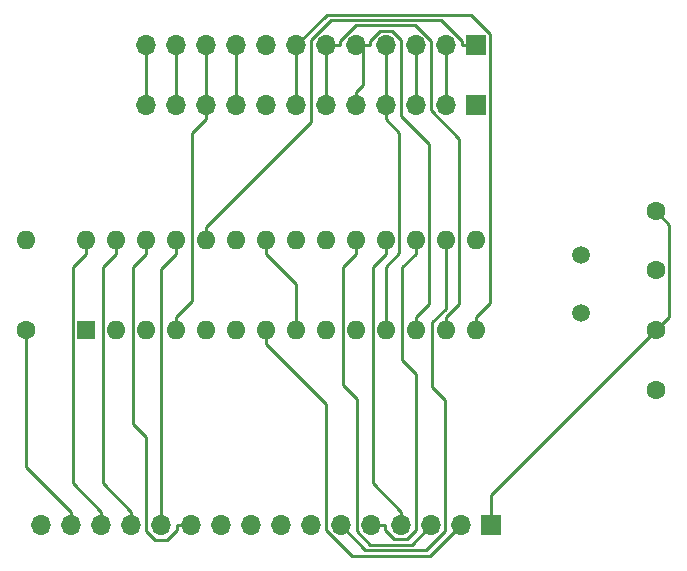
<source format=gbr>
%TF.GenerationSoftware,KiCad,Pcbnew,5.1.6-c6e7f7d~87~ubuntu16.04.1*%
%TF.CreationDate,2022-03-08T12:50:46-05:00*%
%TF.ProjectId,arduinovideo,61726475-696e-46f7-9669-64656f2e6b69,rev?*%
%TF.SameCoordinates,Original*%
%TF.FileFunction,Copper,L2,Bot*%
%TF.FilePolarity,Positive*%
%FSLAX46Y46*%
G04 Gerber Fmt 4.6, Leading zero omitted, Abs format (unit mm)*
G04 Created by KiCad (PCBNEW 5.1.6-c6e7f7d~87~ubuntu16.04.1) date 2022-03-08 12:50:46*
%MOMM*%
%LPD*%
G01*
G04 APERTURE LIST*
%TA.AperFunction,ComponentPad*%
%ADD10C,1.500000*%
%TD*%
%TA.AperFunction,ComponentPad*%
%ADD11O,1.600000X1.600000*%
%TD*%
%TA.AperFunction,ComponentPad*%
%ADD12R,1.600000X1.600000*%
%TD*%
%TA.AperFunction,ComponentPad*%
%ADD13C,1.600000*%
%TD*%
%TA.AperFunction,ComponentPad*%
%ADD14O,1.700000X1.700000*%
%TD*%
%TA.AperFunction,ComponentPad*%
%ADD15R,1.700000X1.700000*%
%TD*%
%TA.AperFunction,Conductor*%
%ADD16C,0.250000*%
%TD*%
G04 APERTURE END LIST*
D10*
%TO.P,Y1,2*%
%TO.N,Net-(C2-Pad2)*%
X50800000Y-27740000D03*
%TO.P,Y1,1*%
%TO.N,Net-(C1-Pad1)*%
X50800000Y-22860000D03*
%TD*%
D11*
%TO.P,U1,28*%
%TO.N,Net-(J3-Pad14)*%
X8890000Y-21590000D03*
%TO.P,U1,14*%
%TO.N,Net-(J1-Pad7)*%
X41910000Y-29210000D03*
%TO.P,U1,27*%
%TO.N,Net-(J3-Pad13)*%
X11430000Y-21590000D03*
%TO.P,U1,13*%
%TO.N,Net-(J1-Pad6)*%
X39370000Y-29210000D03*
%TO.P,U1,26*%
%TO.N,Net-(J3-Pad11)*%
X13970000Y-21590000D03*
%TO.P,U1,12*%
%TO.N,Net-(J1-Pad5)*%
X36830000Y-29210000D03*
%TO.P,U1,25*%
%TO.N,Net-(J3-Pad12)*%
X16510000Y-21590000D03*
%TO.P,U1,11*%
%TO.N,Net-(J1-Pad4)*%
X34290000Y-29210000D03*
%TO.P,U1,24*%
%TO.N,Net-(J1-Pad1)*%
X19050000Y-21590000D03*
%TO.P,U1,10*%
%TO.N,Net-(C2-Pad2)*%
X31750000Y-29210000D03*
%TO.P,U1,23*%
%TO.N,Net-(U1-Pad23)*%
X21590000Y-21590000D03*
%TO.P,U1,9*%
%TO.N,Net-(C1-Pad1)*%
X29210000Y-29210000D03*
%TO.P,U1,22*%
%TO.N,GND*%
X24130000Y-21590000D03*
%TO.P,U1,8*%
X26670000Y-29210000D03*
%TO.P,U1,21*%
%TO.N,Net-(U1-Pad21)*%
X26670000Y-21590000D03*
%TO.P,U1,7*%
%TO.N,+5V*%
X24130000Y-29210000D03*
%TO.P,U1,20*%
X29210000Y-21590000D03*
%TO.P,U1,6*%
%TO.N,Net-(J1-Pad3)*%
X21590000Y-29210000D03*
%TO.P,U1,19*%
%TO.N,Net-(J3-Pad3)*%
X31750000Y-21590000D03*
%TO.P,U1,5*%
%TO.N,Net-(J1-Pad2)*%
X19050000Y-29210000D03*
%TO.P,U1,18*%
%TO.N,Net-(J3-Pad4)*%
X34290000Y-21590000D03*
%TO.P,U1,4*%
%TO.N,Net-(J1-Pad10)*%
X16510000Y-29210000D03*
%TO.P,U1,17*%
%TO.N,Net-(J3-Pad5)*%
X36830000Y-21590000D03*
%TO.P,U1,3*%
%TO.N,Net-(U1-Pad3)*%
X13970000Y-29210000D03*
%TO.P,U1,16*%
%TO.N,Net-(J3-Pad6)*%
X39370000Y-21590000D03*
%TO.P,U1,2*%
%TO.N,Net-(U1-Pad2)*%
X11430000Y-29210000D03*
%TO.P,U1,15*%
%TO.N,Net-(J1-Pad8)*%
X41910000Y-21590000D03*
D12*
%TO.P,U1,1*%
%TO.N,Net-(R1-Pad2)*%
X8890000Y-29210000D03*
%TD*%
D11*
%TO.P,R1,2*%
%TO.N,Net-(R1-Pad2)*%
X3810000Y-21590000D03*
D13*
%TO.P,R1,1*%
%TO.N,+5V*%
X3810000Y-29210000D03*
%TD*%
D14*
%TO.P,J3,16*%
%TO.N,GND*%
X5080000Y-45720000D03*
%TO.P,J3,15*%
%TO.N,+5V*%
X7620000Y-45720000D03*
%TO.P,J3,14*%
%TO.N,Net-(J3-Pad14)*%
X10160000Y-45720000D03*
%TO.P,J3,13*%
%TO.N,Net-(J3-Pad13)*%
X12700000Y-45720000D03*
%TO.P,J3,12*%
%TO.N,Net-(J3-Pad12)*%
X15240000Y-45720000D03*
%TO.P,J3,11*%
%TO.N,Net-(J3-Pad11)*%
X17780000Y-45720000D03*
%TO.P,J3,10*%
%TO.N,Net-(J3-Pad10)*%
X20320000Y-45720000D03*
%TO.P,J3,9*%
%TO.N,Net-(J3-Pad9)*%
X22860000Y-45720000D03*
%TO.P,J3,8*%
%TO.N,Net-(J3-Pad8)*%
X25400000Y-45720000D03*
%TO.P,J3,7*%
%TO.N,Net-(J3-Pad7)*%
X27940000Y-45720000D03*
%TO.P,J3,6*%
%TO.N,Net-(J3-Pad6)*%
X30480000Y-45720000D03*
%TO.P,J3,5*%
%TO.N,Net-(J3-Pad5)*%
X33020000Y-45720000D03*
%TO.P,J3,4*%
%TO.N,Net-(J3-Pad4)*%
X35560000Y-45720000D03*
%TO.P,J3,3*%
%TO.N,Net-(J3-Pad3)*%
X38100000Y-45720000D03*
%TO.P,J3,2*%
%TO.N,+5V*%
X40640000Y-45720000D03*
D15*
%TO.P,J3,1*%
%TO.N,GND*%
X43180000Y-45720000D03*
%TD*%
D14*
%TO.P,J2,12*%
%TO.N,+5V*%
X13970000Y-10160000D03*
%TO.P,J2,11*%
%TO.N,GND*%
X16510000Y-10160000D03*
%TO.P,J2,10*%
%TO.N,Net-(J1-Pad10)*%
X19050000Y-10160000D03*
%TO.P,J2,9*%
%TO.N,Net-(J1-Pad9)*%
X21590000Y-10160000D03*
%TO.P,J2,8*%
%TO.N,Net-(J1-Pad8)*%
X24130000Y-10160000D03*
%TO.P,J2,7*%
%TO.N,Net-(J1-Pad7)*%
X26670000Y-10160000D03*
%TO.P,J2,6*%
%TO.N,Net-(J1-Pad6)*%
X29210000Y-10160000D03*
%TO.P,J2,5*%
%TO.N,Net-(J1-Pad5)*%
X31750000Y-10160000D03*
%TO.P,J2,4*%
%TO.N,Net-(J1-Pad4)*%
X34290000Y-10160000D03*
%TO.P,J2,3*%
%TO.N,Net-(J1-Pad3)*%
X36830000Y-10160000D03*
%TO.P,J2,2*%
%TO.N,Net-(J1-Pad2)*%
X39370000Y-10160000D03*
D15*
%TO.P,J2,1*%
%TO.N,Net-(J1-Pad1)*%
X41910000Y-10160000D03*
%TD*%
D14*
%TO.P,J1,12*%
%TO.N,+5V*%
X13970000Y-5080000D03*
%TO.P,J1,11*%
%TO.N,GND*%
X16510000Y-5080000D03*
%TO.P,J1,10*%
%TO.N,Net-(J1-Pad10)*%
X19050000Y-5080000D03*
%TO.P,J1,9*%
%TO.N,Net-(J1-Pad9)*%
X21590000Y-5080000D03*
%TO.P,J1,8*%
%TO.N,Net-(J1-Pad8)*%
X24130000Y-5080000D03*
%TO.P,J1,7*%
%TO.N,Net-(J1-Pad7)*%
X26670000Y-5080000D03*
%TO.P,J1,6*%
%TO.N,Net-(J1-Pad6)*%
X29210000Y-5080000D03*
%TO.P,J1,5*%
%TO.N,Net-(J1-Pad5)*%
X31750000Y-5080000D03*
%TO.P,J1,4*%
%TO.N,Net-(J1-Pad4)*%
X34290000Y-5080000D03*
%TO.P,J1,3*%
%TO.N,Net-(J1-Pad3)*%
X36830000Y-5080000D03*
%TO.P,J1,2*%
%TO.N,Net-(J1-Pad2)*%
X39370000Y-5080000D03*
D15*
%TO.P,J1,1*%
%TO.N,Net-(J1-Pad1)*%
X41910000Y-5080000D03*
%TD*%
D13*
%TO.P,C2,2*%
%TO.N,Net-(C2-Pad2)*%
X57150000Y-34210000D03*
%TO.P,C2,1*%
%TO.N,GND*%
X57150000Y-29210000D03*
%TD*%
%TO.P,C1,2*%
%TO.N,GND*%
X57150000Y-19130000D03*
%TO.P,C1,1*%
%TO.N,Net-(C1-Pad1)*%
X57150000Y-24130000D03*
%TD*%
D16*
%TO.N,GND*%
X16510000Y-10160000D02*
X16510000Y-5080000D01*
X26670000Y-28084700D02*
X26723100Y-28031600D01*
X26723100Y-28031600D02*
X26723100Y-25308400D01*
X26723100Y-25308400D02*
X24130000Y-22715300D01*
X24130000Y-21590000D02*
X24130000Y-22715300D01*
X26670000Y-29210000D02*
X26670000Y-28084700D01*
X43180000Y-45720000D02*
X43180000Y-43180000D01*
X43180000Y-43180000D02*
X57150000Y-29210000D01*
X57150000Y-19130000D02*
X58290200Y-20270200D01*
X58290200Y-20270200D02*
X58290200Y-28069800D01*
X58290200Y-28069800D02*
X57150000Y-29210000D01*
%TO.N,+5V*%
X24130000Y-29210000D02*
X24130000Y-30335300D01*
X24130000Y-30335300D02*
X29210000Y-35415300D01*
X29210000Y-35415300D02*
X29210000Y-46115700D01*
X29210000Y-46115700D02*
X31391500Y-48297200D01*
X31391500Y-48297200D02*
X38062800Y-48297200D01*
X38062800Y-48297200D02*
X40640000Y-45720000D01*
X13970000Y-5080000D02*
X13970000Y-10160000D01*
X7620000Y-45720000D02*
X7620000Y-44544700D01*
X3810000Y-29210000D02*
X3810000Y-40734700D01*
X3810000Y-40734700D02*
X7620000Y-44544700D01*
%TO.N,Net-(J1-Pad10)*%
X19050000Y-10160000D02*
X19050000Y-11335300D01*
X19050000Y-11335300D02*
X17874700Y-12510600D01*
X17874700Y-12510600D02*
X17874700Y-26720000D01*
X17874700Y-26720000D02*
X16510000Y-28084700D01*
X19050000Y-5080000D02*
X19050000Y-10160000D01*
X16510000Y-29210000D02*
X16510000Y-28084700D01*
%TO.N,Net-(J1-Pad9)*%
X21590000Y-5080000D02*
X21590000Y-10160000D01*
%TO.N,Net-(J1-Pad7)*%
X41910000Y-28084700D02*
X43131100Y-26863600D01*
X43131100Y-26863600D02*
X43131100Y-4109000D01*
X43131100Y-4109000D02*
X41486600Y-2464500D01*
X41486600Y-2464500D02*
X29285500Y-2464500D01*
X29285500Y-2464500D02*
X26670000Y-5080000D01*
X26670000Y-5080000D02*
X26670000Y-10160000D01*
X41910000Y-29210000D02*
X41910000Y-28084700D01*
%TO.N,Net-(J1-Pad6)*%
X29210000Y-5080000D02*
X30385300Y-5080000D01*
X30385300Y-5080000D02*
X30385300Y-4712700D01*
X30385300Y-4712700D02*
X31732800Y-3365200D01*
X31732800Y-3365200D02*
X36789900Y-3365200D01*
X36789900Y-3365200D02*
X38100000Y-4675300D01*
X38100000Y-4675300D02*
X38100000Y-10576800D01*
X38100000Y-10576800D02*
X40495300Y-12972100D01*
X40495300Y-12972100D02*
X40495300Y-26959400D01*
X40495300Y-26959400D02*
X39370000Y-28084700D01*
X29210000Y-5080000D02*
X29210000Y-10160000D01*
X39370000Y-29210000D02*
X39370000Y-28084700D01*
%TO.N,Net-(J1-Pad5)*%
X31750000Y-10160000D02*
X31750000Y-8984700D01*
X32337700Y-5080000D02*
X32337700Y-8397000D01*
X32337700Y-8397000D02*
X31750000Y-8984700D01*
X32337700Y-5080000D02*
X32925300Y-5080000D01*
X31750000Y-5080000D02*
X32337700Y-5080000D01*
X36830000Y-29210000D02*
X36830000Y-28084700D01*
X32925300Y-5080000D02*
X32925300Y-4712700D01*
X32925300Y-4712700D02*
X33785700Y-3852300D01*
X33785700Y-3852300D02*
X34796300Y-3852300D01*
X34796300Y-3852300D02*
X35560000Y-4616000D01*
X35560000Y-4616000D02*
X35560000Y-11029500D01*
X35560000Y-11029500D02*
X37955300Y-13424800D01*
X37955300Y-13424800D02*
X37955300Y-26959400D01*
X37955300Y-26959400D02*
X36830000Y-28084700D01*
%TO.N,Net-(J1-Pad4)*%
X34290000Y-10160000D02*
X34290000Y-11335300D01*
X34290000Y-11335300D02*
X35415400Y-12460700D01*
X35415400Y-12460700D02*
X35415400Y-22686300D01*
X35415400Y-22686300D02*
X34290000Y-23811700D01*
X34290000Y-23811700D02*
X34290000Y-29210000D01*
X34290000Y-5080000D02*
X34290000Y-10160000D01*
%TO.N,Net-(J1-Pad3)*%
X36830000Y-5080000D02*
X36830000Y-10160000D01*
%TO.N,Net-(J1-Pad2)*%
X39370000Y-5080000D02*
X39370000Y-10160000D01*
%TO.N,Net-(J1-Pad1)*%
X19050000Y-20464700D02*
X27940000Y-11574700D01*
X27940000Y-11574700D02*
X27940000Y-4643700D01*
X27940000Y-4643700D02*
X29668900Y-2914800D01*
X29668900Y-2914800D02*
X38936800Y-2914800D01*
X38936800Y-2914800D02*
X40734700Y-4712700D01*
X40734700Y-4712700D02*
X40734700Y-5080000D01*
X19050000Y-21590000D02*
X19050000Y-20464700D01*
X41910000Y-5080000D02*
X40734700Y-5080000D01*
%TO.N,Net-(J3-Pad14)*%
X8890000Y-21590000D02*
X8890000Y-22715300D01*
X10160000Y-45720000D02*
X10160000Y-44544700D01*
X10160000Y-44544700D02*
X7764700Y-42149400D01*
X7764700Y-42149400D02*
X7764700Y-23840600D01*
X7764700Y-23840600D02*
X8890000Y-22715300D01*
%TO.N,Net-(J3-Pad13)*%
X11430000Y-21590000D02*
X11430000Y-22715300D01*
X12700000Y-45720000D02*
X12700000Y-44544700D01*
X12700000Y-44544700D02*
X10304700Y-42149400D01*
X10304700Y-42149400D02*
X10304700Y-23840600D01*
X10304700Y-23840600D02*
X11430000Y-22715300D01*
%TO.N,Net-(J3-Pad12)*%
X16510000Y-21590000D02*
X16510000Y-22715300D01*
X15240000Y-45720000D02*
X15240000Y-23985300D01*
X15240000Y-23985300D02*
X16510000Y-22715300D01*
%TO.N,Net-(J3-Pad11)*%
X13970000Y-21590000D02*
X13970000Y-22715300D01*
X17780000Y-45720000D02*
X16604700Y-45720000D01*
X16604700Y-45720000D02*
X16604700Y-46087300D01*
X16604700Y-46087300D02*
X15774600Y-46917400D01*
X15774600Y-46917400D02*
X14724700Y-46917400D01*
X14724700Y-46917400D02*
X13970000Y-46162700D01*
X13970000Y-46162700D02*
X13970000Y-38215000D01*
X13970000Y-38215000D02*
X12844700Y-37089700D01*
X12844700Y-37089700D02*
X12844700Y-23840600D01*
X12844700Y-23840600D02*
X13970000Y-22715300D01*
%TO.N,Net-(J3-Pad6)*%
X39370000Y-21590000D02*
X39370000Y-27371000D01*
X39370000Y-27371000D02*
X38236900Y-28504100D01*
X38236900Y-28504100D02*
X38236900Y-34010900D01*
X38236900Y-34010900D02*
X39313700Y-35087700D01*
X39313700Y-35087700D02*
X39313700Y-46172700D01*
X39313700Y-46172700D02*
X37687300Y-47799100D01*
X37687300Y-47799100D02*
X32559100Y-47799100D01*
X32559100Y-47799100D02*
X30480000Y-45720000D01*
%TO.N,Net-(J3-Pad5)*%
X36830000Y-21590000D02*
X36830000Y-22715300D01*
X34195300Y-45720000D02*
X34195300Y-46085100D01*
X34195300Y-46085100D02*
X35005500Y-46895300D01*
X35005500Y-46895300D02*
X36049000Y-46895300D01*
X36049000Y-46895300D02*
X36830000Y-46114300D01*
X36830000Y-46114300D02*
X36830000Y-32865100D01*
X36830000Y-32865100D02*
X35696800Y-31731900D01*
X35696800Y-31731900D02*
X35696800Y-23848500D01*
X35696800Y-23848500D02*
X36830000Y-22715300D01*
X33020000Y-45720000D02*
X34195300Y-45720000D01*
%TO.N,Net-(J3-Pad4)*%
X35560000Y-45720000D02*
X35560000Y-44544700D01*
X34290000Y-21590000D02*
X34290000Y-22715300D01*
X35560000Y-44544700D02*
X33164700Y-42149400D01*
X33164700Y-42149400D02*
X33164700Y-23840600D01*
X33164700Y-23840600D02*
X34290000Y-22715300D01*
%TO.N,Net-(J3-Pad3)*%
X31750000Y-21590000D02*
X31750000Y-22715300D01*
X38100000Y-45720000D02*
X36474400Y-47345600D01*
X36474400Y-47345600D02*
X32979200Y-47345600D01*
X32979200Y-47345600D02*
X31829700Y-46196100D01*
X31829700Y-46196100D02*
X31829700Y-35018300D01*
X31829700Y-35018300D02*
X30624700Y-33813300D01*
X30624700Y-33813300D02*
X30624700Y-23840600D01*
X30624700Y-23840600D02*
X31750000Y-22715300D01*
%TD*%
M02*

</source>
